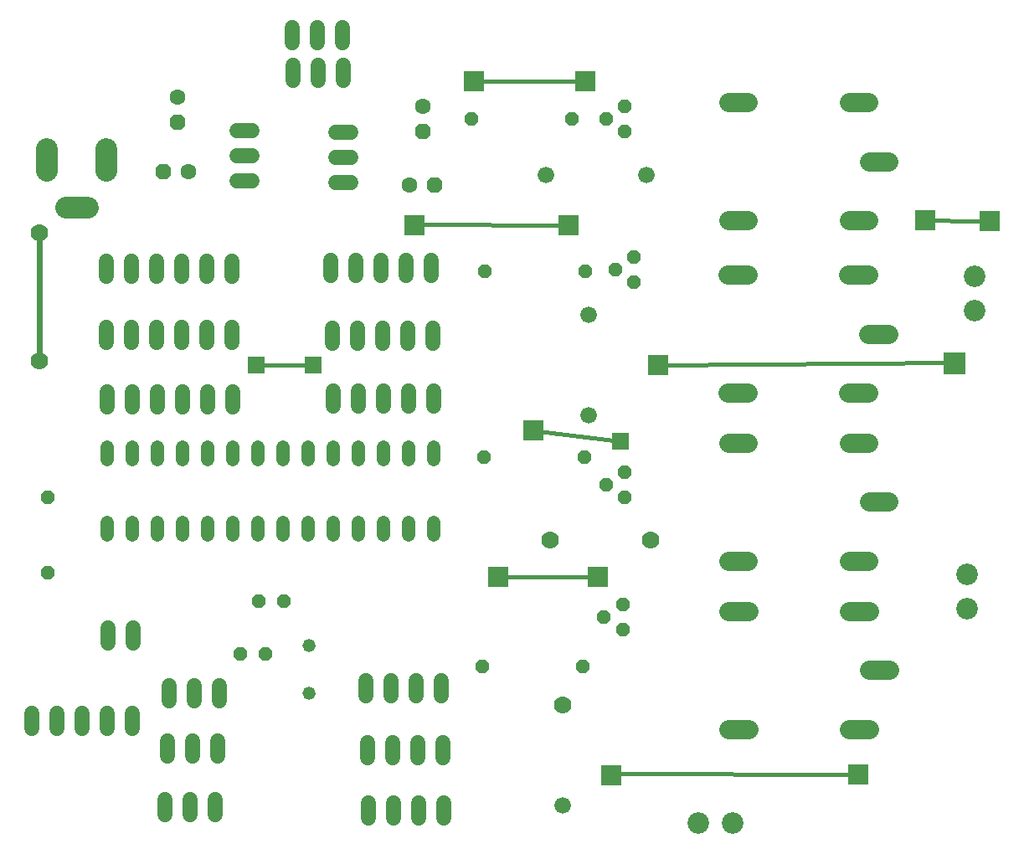
<source format=gtl>
G75*
%MOIN*%
%OFA0B0*%
%FSLAX25Y25*%
%IPPOS*%
%LPD*%
%AMOC8*
5,1,8,0,0,1.08239X$1,22.5*
%
%ADD10OC8,0.05200*%
%ADD11C,0.05200*%
%ADD12C,0.05200*%
%ADD13C,0.08600*%
%ADD14C,0.06000*%
%ADD15OC8,0.06300*%
%ADD16C,0.06300*%
%ADD17C,0.07800*%
%ADD18C,0.06600*%
%ADD19C,0.08600*%
%ADD20R,0.06543X0.06543*%
%ADD21C,0.01600*%
%ADD22R,0.08043X0.08043*%
%ADD23C,0.07000*%
%ADD24C,0.02400*%
%ADD25R,0.08754X0.08754*%
D10*
X0120670Y0097671D03*
X0130670Y0097671D03*
X0127926Y0118641D03*
X0137926Y0118641D03*
X0217092Y0092630D03*
X0257092Y0092630D03*
X0272900Y0107320D03*
X0265400Y0112320D03*
X0272900Y0117320D03*
X0273704Y0160230D03*
X0266204Y0165230D03*
X0273704Y0170230D03*
X0257695Y0175979D03*
X0217695Y0175979D03*
X0277313Y0245685D03*
X0269813Y0250685D03*
X0277313Y0255685D03*
X0257838Y0250070D03*
X0217838Y0250070D03*
X0273627Y0305940D03*
X0266127Y0310940D03*
X0273627Y0315940D03*
X0252522Y0310934D03*
X0212522Y0310934D03*
X0044035Y0160068D03*
X0044035Y0130068D03*
D11*
X0067785Y0144968D02*
X0067785Y0150168D01*
X0077785Y0150168D02*
X0077785Y0144968D01*
X0087785Y0144968D02*
X0087785Y0150168D01*
X0097785Y0150168D02*
X0097785Y0144968D01*
X0107785Y0144968D02*
X0107785Y0150168D01*
X0117785Y0150168D02*
X0117785Y0144968D01*
X0127785Y0144968D02*
X0127785Y0150168D01*
X0137785Y0150168D02*
X0137785Y0144968D01*
X0147785Y0144968D02*
X0147785Y0150168D01*
X0157785Y0150168D02*
X0157785Y0144968D01*
X0167785Y0144968D02*
X0167785Y0150168D01*
X0177785Y0150168D02*
X0177785Y0144968D01*
X0187785Y0144968D02*
X0187785Y0150168D01*
X0197785Y0150168D02*
X0197785Y0144968D01*
X0197785Y0174968D02*
X0197785Y0180168D01*
X0187785Y0180168D02*
X0187785Y0174968D01*
X0177785Y0174968D02*
X0177785Y0180168D01*
X0167785Y0180168D02*
X0167785Y0174968D01*
X0157785Y0174968D02*
X0157785Y0180168D01*
X0147785Y0180168D02*
X0147785Y0174968D01*
X0137785Y0174968D02*
X0137785Y0180168D01*
X0127785Y0180168D02*
X0127785Y0174968D01*
X0117785Y0174968D02*
X0117785Y0180168D01*
X0107785Y0180168D02*
X0107785Y0174968D01*
X0097785Y0174968D02*
X0097785Y0180168D01*
X0087785Y0180168D02*
X0087785Y0174968D01*
X0077785Y0174968D02*
X0077785Y0180168D01*
X0067785Y0180168D02*
X0067785Y0174968D01*
D12*
X0147928Y0101020D03*
X0147928Y0082020D03*
D13*
X0059832Y0275524D02*
X0051232Y0275524D01*
X0043721Y0290121D02*
X0043721Y0298721D01*
X0067343Y0298721D02*
X0067343Y0290121D01*
D14*
X0037670Y0074048D02*
X0037670Y0068048D01*
X0047670Y0068048D02*
X0047670Y0074048D01*
X0057670Y0074048D02*
X0057670Y0068048D01*
X0067670Y0068048D02*
X0067670Y0074048D01*
X0077670Y0074048D02*
X0077670Y0068048D01*
X0091494Y0063121D02*
X0091494Y0057121D01*
X0101494Y0057121D02*
X0101494Y0063121D01*
X0111494Y0063121D02*
X0111494Y0057121D01*
X0110591Y0039660D02*
X0110591Y0033660D01*
X0100591Y0033660D02*
X0100591Y0039660D01*
X0090591Y0039660D02*
X0090591Y0033660D01*
X0092269Y0079141D02*
X0092269Y0085141D01*
X0102269Y0085141D02*
X0102269Y0079141D01*
X0112269Y0079141D02*
X0112269Y0085141D01*
X0077820Y0102132D02*
X0077820Y0108132D01*
X0067820Y0108132D02*
X0067820Y0102132D01*
X0170572Y0087057D02*
X0170572Y0081057D01*
X0180572Y0081057D02*
X0180572Y0087057D01*
X0190572Y0087057D02*
X0190572Y0081057D01*
X0200572Y0081057D02*
X0200572Y0087057D01*
X0201139Y0062301D02*
X0201139Y0056301D01*
X0191139Y0056301D02*
X0191139Y0062301D01*
X0181139Y0062301D02*
X0181139Y0056301D01*
X0171139Y0056301D02*
X0171139Y0062301D01*
X0171630Y0038523D02*
X0171630Y0032523D01*
X0181630Y0032523D02*
X0181630Y0038523D01*
X0191630Y0038523D02*
X0191630Y0032523D01*
X0201630Y0032523D02*
X0201630Y0038523D01*
X0197722Y0196561D02*
X0197722Y0202561D01*
X0187722Y0202561D02*
X0187722Y0196561D01*
X0177722Y0196561D02*
X0177722Y0202561D01*
X0167722Y0202561D02*
X0167722Y0196561D01*
X0157722Y0196561D02*
X0157722Y0202561D01*
X0157402Y0221491D02*
X0157402Y0227491D01*
X0167402Y0227491D02*
X0167402Y0221491D01*
X0177402Y0221491D02*
X0177402Y0227491D01*
X0187402Y0227491D02*
X0187402Y0221491D01*
X0197402Y0221491D02*
X0197402Y0227491D01*
X0196778Y0248384D02*
X0196778Y0254384D01*
X0186778Y0254384D02*
X0186778Y0248384D01*
X0176778Y0248384D02*
X0176778Y0254384D01*
X0166778Y0254384D02*
X0166778Y0248384D01*
X0156778Y0248384D02*
X0156778Y0254384D01*
X0158747Y0285588D02*
X0164747Y0285588D01*
X0164747Y0295588D02*
X0158747Y0295588D01*
X0158747Y0305588D02*
X0164747Y0305588D01*
X0161557Y0326109D02*
X0161557Y0332109D01*
X0151557Y0332109D02*
X0151557Y0326109D01*
X0141557Y0326109D02*
X0141557Y0332109D01*
X0141282Y0340997D02*
X0141282Y0346997D01*
X0151282Y0346997D02*
X0151282Y0340997D01*
X0161282Y0340997D02*
X0161282Y0346997D01*
X0125261Y0306110D02*
X0119261Y0306110D01*
X0119261Y0296110D02*
X0125261Y0296110D01*
X0125261Y0286110D02*
X0119261Y0286110D01*
X0117335Y0254254D02*
X0117335Y0248254D01*
X0107335Y0248254D02*
X0107335Y0254254D01*
X0097335Y0254254D02*
X0097335Y0248254D01*
X0087335Y0248254D02*
X0087335Y0254254D01*
X0077335Y0254254D02*
X0077335Y0248254D01*
X0067335Y0248254D02*
X0067335Y0254254D01*
X0067243Y0227644D02*
X0067243Y0221644D01*
X0077243Y0221644D02*
X0077243Y0227644D01*
X0087243Y0227644D02*
X0087243Y0221644D01*
X0097243Y0221644D02*
X0097243Y0227644D01*
X0107243Y0227644D02*
X0107243Y0221644D01*
X0117243Y0221644D02*
X0117243Y0227644D01*
X0117770Y0202038D02*
X0117770Y0196038D01*
X0107770Y0196038D02*
X0107770Y0202038D01*
X0097770Y0202038D02*
X0097770Y0196038D01*
X0087770Y0196038D02*
X0087770Y0202038D01*
X0077770Y0202038D02*
X0077770Y0196038D01*
X0067770Y0196038D02*
X0067770Y0202038D01*
D15*
X0090055Y0289622D03*
X0095609Y0309424D03*
X0193321Y0305928D03*
X0197823Y0284363D03*
D16*
X0187823Y0284363D03*
X0193321Y0315928D03*
X0100055Y0289622D03*
X0095609Y0319424D03*
D17*
X0314887Y0317341D02*
X0322687Y0317341D01*
X0362887Y0317341D02*
X0370687Y0317341D01*
X0370887Y0293841D02*
X0378687Y0293841D01*
X0370687Y0270341D02*
X0362887Y0270341D01*
X0362785Y0248614D02*
X0370585Y0248614D01*
X0370785Y0225114D02*
X0378585Y0225114D01*
X0370585Y0201614D02*
X0362785Y0201614D01*
X0362868Y0181812D02*
X0370668Y0181812D01*
X0370868Y0158312D02*
X0378668Y0158312D01*
X0370668Y0134812D02*
X0362868Y0134812D01*
X0363105Y0114874D02*
X0370905Y0114874D01*
X0371105Y0091374D02*
X0378905Y0091374D01*
X0370905Y0067874D02*
X0363105Y0067874D01*
X0322905Y0067874D02*
X0315105Y0067874D01*
X0315105Y0114874D02*
X0322905Y0114874D01*
X0322668Y0134812D02*
X0314868Y0134812D01*
X0314868Y0181812D02*
X0322668Y0181812D01*
X0322585Y0201614D02*
X0314785Y0201614D01*
X0314785Y0248614D02*
X0322585Y0248614D01*
X0322687Y0270341D02*
X0314887Y0270341D01*
D18*
X0282245Y0288367D03*
X0242245Y0288367D03*
X0259304Y0232702D03*
X0259304Y0192702D03*
X0244024Y0143184D03*
X0284024Y0143184D03*
X0248847Y0077282D03*
X0248847Y0037282D03*
D19*
X0303000Y0030504D03*
X0316780Y0030504D03*
X0409971Y0115755D03*
X0409971Y0129535D03*
X0412934Y0234490D03*
X0412934Y0248269D03*
D20*
X0271934Y0182481D03*
X0149459Y0212643D03*
X0126968Y0212631D03*
D21*
X0149343Y0212611D01*
X0149459Y0212643D01*
X0189841Y0268339D02*
X0190147Y0268646D01*
X0251275Y0268543D01*
X0257992Y0325726D02*
X0213650Y0325726D01*
X0213568Y0325644D01*
X0286808Y0212785D02*
X0404495Y0213717D01*
X0404797Y0213415D01*
X0413329Y0270138D02*
X0393298Y0270310D01*
X0413329Y0270138D02*
X0419104Y0270071D01*
X0271934Y0182481D02*
X0244788Y0185837D01*
X0237294Y0186863D01*
X0224303Y0128378D02*
X0223155Y0128295D01*
X0224303Y0128378D02*
X0262922Y0128378D01*
X0268069Y0050014D02*
X0268312Y0049458D01*
X0268069Y0050014D02*
X0366483Y0049741D01*
D22*
X0366483Y0049741D03*
X0268312Y0049458D03*
X0262922Y0128378D03*
X0223155Y0128295D03*
X0237294Y0186863D03*
X0286808Y0212785D03*
X0251275Y0268543D03*
X0189841Y0268339D03*
X0213568Y0325644D03*
X0257992Y0325726D03*
X0393298Y0270310D03*
X0419104Y0270071D03*
D23*
X0284067Y0143251D03*
X0243943Y0143175D03*
X0248861Y0077317D03*
X0040597Y0214491D03*
X0040615Y0265275D03*
D24*
X0040597Y0265258D01*
X0040597Y0214491D01*
D25*
X0404797Y0213415D03*
M02*

</source>
